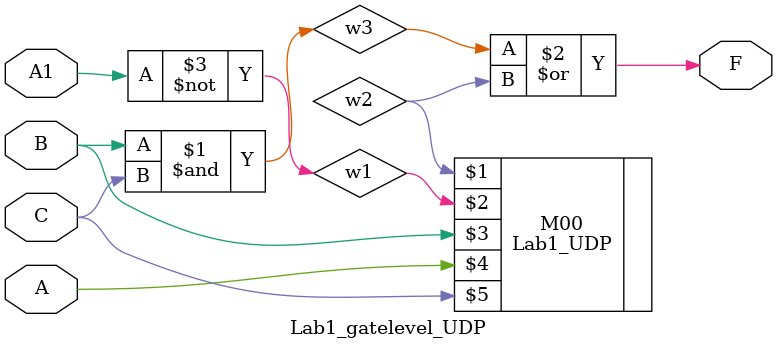
<source format=v>
module Lab1_gatelevel_UDP(F,A1,B,A,C);
	output	F;
	input	A1,B,A,C;
	wire	w1,w2,w3;
	
	not     G1(w1,A1);
	Lab1_UDP M00(w2,w1,B,A,C);
	and	G2(w3,B,C);
	or	G7(F,w3,w2);
endmodule

</source>
